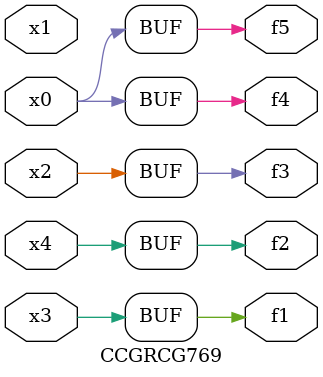
<source format=v>
module CCGRCG769(
	input x0, x1, x2, x3, x4,
	output f1, f2, f3, f4, f5
);
	assign f1 = x3;
	assign f2 = x4;
	assign f3 = x2;
	assign f4 = x0;
	assign f5 = x0;
endmodule

</source>
